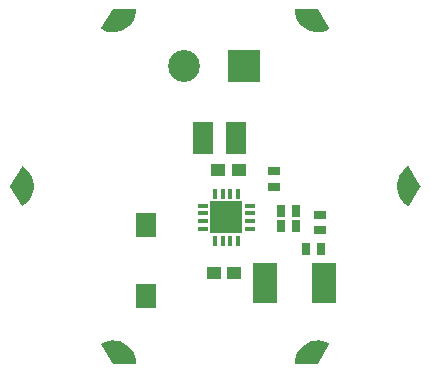
<source format=gbr>
G04 EAGLE Gerber RS-274X export*
G75*
%MOMM*%
%FSLAX34Y34*%
%LPD*%
%INSoldermask Top*%
%IPPOS*%
%AMOC8*
5,1,8,0,0,1.08239X$1,22.5*%
G01*
%ADD10C,1.101600*%
%ADD11R,1.201600X1.101600*%
%ADD12C,2.701600*%
%ADD13R,2.701600X2.701600*%
%ADD14R,2.001600X3.501600*%
%ADD15R,0.951600X0.451600*%
%ADD16R,0.451600X0.951600*%
%ADD17R,2.801600X2.801600*%
%ADD18R,1.801600X2.101600*%
%ADD19R,1.701600X2.801600*%
%ADD20R,1.001600X0.801600*%
%ADD21R,0.801600X1.001600*%

G36*
X509929Y329213D02*
X509929Y329213D01*
X510000Y329213D01*
X510027Y329224D01*
X510056Y329227D01*
X510118Y329262D01*
X510183Y329290D01*
X510204Y329310D01*
X510229Y329325D01*
X510292Y329402D01*
X510322Y329432D01*
X510326Y329442D01*
X510335Y329453D01*
X519835Y345953D01*
X519845Y345985D01*
X519854Y345998D01*
X519858Y346022D01*
X519859Y346026D01*
X519890Y346096D01*
X519890Y346120D01*
X519898Y346142D01*
X519892Y346218D01*
X519893Y346295D01*
X519883Y346319D01*
X519882Y346340D01*
X519861Y346379D01*
X519835Y346451D01*
X510335Y362951D01*
X510316Y362973D01*
X510303Y362999D01*
X510250Y363047D01*
X510203Y363100D01*
X510177Y363113D01*
X510156Y363132D01*
X510088Y363155D01*
X510024Y363186D01*
X509995Y363188D01*
X509968Y363197D01*
X509896Y363192D01*
X509825Y363195D01*
X509798Y363185D01*
X509769Y363183D01*
X509679Y363141D01*
X509639Y363126D01*
X509631Y363119D01*
X509618Y363113D01*
X507095Y361371D01*
X507071Y361347D01*
X507033Y361320D01*
X504821Y359196D01*
X504802Y359168D01*
X504768Y359136D01*
X502926Y356685D01*
X502912Y356654D01*
X502883Y356617D01*
X501458Y353902D01*
X501449Y353871D01*
X501433Y353846D01*
X501432Y353838D01*
X501427Y353828D01*
X500456Y350920D01*
X500452Y350886D01*
X500437Y350842D01*
X499945Y347815D01*
X499946Y347781D01*
X499938Y347735D01*
X499938Y344669D01*
X499939Y344665D01*
X499939Y344663D01*
X499945Y344636D01*
X499945Y344589D01*
X500437Y341562D01*
X500449Y341531D01*
X500456Y341484D01*
X501427Y338576D01*
X501444Y338547D01*
X501458Y338502D01*
X502883Y335787D01*
X502905Y335761D01*
X502926Y335719D01*
X504768Y333268D01*
X504793Y333245D01*
X504821Y333208D01*
X507033Y331084D01*
X507061Y331066D01*
X507095Y331033D01*
X509618Y329291D01*
X509645Y329280D01*
X509667Y329261D01*
X509736Y329241D01*
X509801Y329213D01*
X509830Y329213D01*
X509858Y329205D01*
X509929Y329213D01*
G37*
G36*
X182508Y329212D02*
X182508Y329212D01*
X182579Y329209D01*
X182606Y329219D01*
X182635Y329221D01*
X182725Y329263D01*
X182765Y329278D01*
X182773Y329285D01*
X182786Y329291D01*
X185309Y331033D01*
X185333Y331057D01*
X185371Y331084D01*
X187583Y333208D01*
X187602Y333236D01*
X187636Y333268D01*
X189478Y335719D01*
X189492Y335750D01*
X189521Y335787D01*
X190946Y338502D01*
X190955Y338535D01*
X190977Y338576D01*
X191948Y341484D01*
X191952Y341518D01*
X191967Y341562D01*
X192459Y344589D01*
X192458Y344623D01*
X192466Y344669D01*
X192466Y347735D01*
X192459Y347768D01*
X192459Y347815D01*
X191967Y350842D01*
X191955Y350873D01*
X191948Y350920D01*
X190977Y353828D01*
X190964Y353851D01*
X190958Y353876D01*
X190951Y353885D01*
X190946Y353902D01*
X189521Y356617D01*
X189499Y356643D01*
X189478Y356685D01*
X187636Y359136D01*
X187611Y359159D01*
X187583Y359196D01*
X185371Y361320D01*
X185343Y361338D01*
X185309Y361371D01*
X182786Y363113D01*
X182759Y363124D01*
X182737Y363143D01*
X182668Y363163D01*
X182603Y363191D01*
X182574Y363191D01*
X182546Y363199D01*
X182475Y363191D01*
X182404Y363192D01*
X182377Y363180D01*
X182348Y363177D01*
X182286Y363142D01*
X182221Y363114D01*
X182200Y363094D01*
X182175Y363079D01*
X182112Y363002D01*
X182082Y362972D01*
X182078Y362962D01*
X182069Y362951D01*
X172569Y346451D01*
X172545Y346378D01*
X172514Y346308D01*
X172514Y346284D01*
X172506Y346262D01*
X172513Y346186D01*
X172512Y346109D01*
X172521Y346085D01*
X172522Y346064D01*
X172543Y346025D01*
X172562Y345973D01*
X172563Y345967D01*
X172565Y345965D01*
X172569Y345953D01*
X182069Y329453D01*
X182088Y329431D01*
X182101Y329405D01*
X182154Y329357D01*
X182201Y329304D01*
X182227Y329291D01*
X182249Y329272D01*
X182316Y329249D01*
X182380Y329218D01*
X182409Y329217D01*
X182436Y329207D01*
X182508Y329212D01*
G37*
G36*
X432878Y195718D02*
X432878Y195718D01*
X432956Y195727D01*
X432975Y195738D01*
X432997Y195742D01*
X433061Y195786D01*
X433129Y195825D01*
X433145Y195844D01*
X433161Y195855D01*
X433185Y195893D01*
X433235Y195953D01*
X442735Y212453D01*
X442744Y212480D01*
X442760Y212504D01*
X442775Y212574D01*
X442798Y212642D01*
X442795Y212670D01*
X442801Y212698D01*
X442788Y212769D01*
X442782Y212840D01*
X442769Y212865D01*
X442763Y212893D01*
X442723Y212953D01*
X442690Y213016D01*
X442668Y213034D01*
X442652Y213058D01*
X442569Y213116D01*
X442537Y213143D01*
X442526Y213146D01*
X442516Y213153D01*
X439750Y214462D01*
X439717Y214470D01*
X439674Y214490D01*
X436734Y215338D01*
X436700Y215341D01*
X436656Y215354D01*
X433618Y215719D01*
X433584Y215716D01*
X433537Y215722D01*
X430480Y215595D01*
X430447Y215587D01*
X430400Y215586D01*
X427403Y214970D01*
X427372Y214957D01*
X427326Y214948D01*
X424466Y213859D01*
X424438Y213841D01*
X424394Y213825D01*
X421746Y212291D01*
X421720Y212269D01*
X421680Y212246D01*
X419312Y210308D01*
X419290Y210281D01*
X419254Y210252D01*
X417227Y207959D01*
X417211Y207930D01*
X417179Y207895D01*
X415547Y205307D01*
X415535Y205275D01*
X415510Y205236D01*
X414314Y202419D01*
X414307Y202386D01*
X414304Y202379D01*
X414300Y202373D01*
X414299Y202367D01*
X414288Y202343D01*
X413560Y199371D01*
X413558Y199337D01*
X413547Y199292D01*
X413304Y196242D01*
X413308Y196213D01*
X413303Y196185D01*
X413320Y196116D01*
X413328Y196044D01*
X413343Y196020D01*
X413349Y195992D01*
X413392Y195934D01*
X413428Y195872D01*
X413450Y195855D01*
X413467Y195832D01*
X413529Y195795D01*
X413586Y195752D01*
X413614Y195745D01*
X413638Y195730D01*
X413738Y195714D01*
X413779Y195703D01*
X413789Y195705D01*
X413802Y195703D01*
X432802Y195703D01*
X432878Y195718D01*
G37*
G36*
X433571Y476687D02*
X433571Y476687D01*
X433618Y476685D01*
X436656Y477050D01*
X436688Y477061D01*
X436734Y477066D01*
X439674Y477914D01*
X439704Y477930D01*
X439750Y477942D01*
X442516Y479251D01*
X442538Y479268D01*
X442565Y479278D01*
X442617Y479327D01*
X442675Y479370D01*
X442689Y479395D01*
X442710Y479414D01*
X442739Y479480D01*
X442775Y479542D01*
X442778Y479570D01*
X442790Y479596D01*
X442791Y479668D01*
X442800Y479739D01*
X442792Y479766D01*
X442793Y479795D01*
X442757Y479890D01*
X442746Y479930D01*
X442739Y479939D01*
X442735Y479951D01*
X433235Y496451D01*
X433183Y496510D01*
X433137Y496572D01*
X433118Y496583D01*
X433103Y496600D01*
X433033Y496634D01*
X432966Y496674D01*
X432942Y496678D01*
X432924Y496686D01*
X432879Y496688D01*
X432802Y496701D01*
X413802Y496701D01*
X413774Y496696D01*
X413746Y496698D01*
X413678Y496676D01*
X413607Y496662D01*
X413584Y496646D01*
X413557Y496637D01*
X413502Y496590D01*
X413443Y496549D01*
X413428Y496525D01*
X413407Y496507D01*
X413375Y496442D01*
X413336Y496382D01*
X413331Y496354D01*
X413319Y496328D01*
X413310Y496227D01*
X413303Y496185D01*
X413305Y496175D01*
X413304Y496162D01*
X413547Y493112D01*
X413556Y493080D01*
X413560Y493033D01*
X414288Y490061D01*
X414303Y490030D01*
X414314Y489985D01*
X415510Y487168D01*
X415529Y487140D01*
X415547Y487097D01*
X417179Y484509D01*
X417203Y484485D01*
X417227Y484445D01*
X419254Y482152D01*
X419281Y482132D01*
X419312Y482096D01*
X421680Y480158D01*
X421710Y480142D01*
X421746Y480113D01*
X424394Y478580D01*
X424426Y478569D01*
X424466Y478545D01*
X427326Y477457D01*
X427359Y477451D01*
X427403Y477434D01*
X430400Y476818D01*
X430434Y476818D01*
X430480Y476809D01*
X433537Y476682D01*
X433571Y476687D01*
G37*
G36*
X278630Y195708D02*
X278630Y195708D01*
X278658Y195706D01*
X278726Y195728D01*
X278797Y195742D01*
X278820Y195758D01*
X278847Y195767D01*
X278902Y195814D01*
X278961Y195855D01*
X278976Y195879D01*
X278998Y195897D01*
X279029Y195962D01*
X279068Y196022D01*
X279073Y196050D01*
X279085Y196076D01*
X279094Y196177D01*
X279101Y196219D01*
X279099Y196229D01*
X279100Y196242D01*
X278857Y199292D01*
X278848Y199324D01*
X278844Y199371D01*
X278116Y202343D01*
X278101Y202374D01*
X278090Y202419D01*
X276894Y205236D01*
X276875Y205264D01*
X276857Y205307D01*
X275225Y207895D01*
X275201Y207919D01*
X275177Y207959D01*
X273150Y210252D01*
X273123Y210272D01*
X273092Y210308D01*
X270725Y212246D01*
X270694Y212262D01*
X270658Y212291D01*
X268010Y213825D01*
X267978Y213835D01*
X267938Y213859D01*
X265078Y214948D01*
X265045Y214953D01*
X265001Y214970D01*
X262004Y215586D01*
X261970Y215586D01*
X261924Y215595D01*
X258867Y215722D01*
X258833Y215717D01*
X258786Y215719D01*
X255748Y215354D01*
X255716Y215343D01*
X255670Y215338D01*
X252730Y214490D01*
X252700Y214474D01*
X252655Y214462D01*
X249889Y213153D01*
X249866Y213136D01*
X249839Y213126D01*
X249787Y213077D01*
X249729Y213034D01*
X249715Y213009D01*
X249694Y212990D01*
X249665Y212924D01*
X249629Y212862D01*
X249626Y212834D01*
X249614Y212808D01*
X249613Y212736D01*
X249604Y212665D01*
X249612Y212638D01*
X249612Y212609D01*
X249647Y212514D01*
X249658Y212474D01*
X249665Y212465D01*
X249669Y212453D01*
X259169Y195953D01*
X259221Y195895D01*
X259267Y195832D01*
X259286Y195821D01*
X259301Y195804D01*
X259371Y195770D01*
X259438Y195730D01*
X259463Y195726D01*
X259480Y195718D01*
X259525Y195716D01*
X259602Y195703D01*
X278602Y195703D01*
X278630Y195708D01*
G37*
G36*
X261924Y476809D02*
X261924Y476809D01*
X261957Y476817D01*
X262004Y476818D01*
X265001Y477434D01*
X265032Y477447D01*
X265078Y477457D01*
X267938Y478545D01*
X267967Y478563D01*
X268010Y478580D01*
X270658Y480113D01*
X270684Y480135D01*
X270725Y480158D01*
X273092Y482096D01*
X273114Y482123D01*
X273150Y482152D01*
X275177Y484445D01*
X275194Y484474D01*
X275225Y484509D01*
X276857Y487097D01*
X276869Y487129D01*
X276894Y487168D01*
X278090Y489985D01*
X278097Y490018D01*
X278116Y490061D01*
X278844Y493033D01*
X278846Y493067D01*
X278857Y493112D01*
X279100Y496162D01*
X279096Y496191D01*
X279101Y496219D01*
X279084Y496288D01*
X279076Y496360D01*
X279062Y496384D01*
X279055Y496412D01*
X279012Y496470D01*
X278977Y496532D01*
X278954Y496549D01*
X278937Y496572D01*
X278875Y496609D01*
X278818Y496652D01*
X278790Y496659D01*
X278766Y496674D01*
X278666Y496690D01*
X278625Y496701D01*
X278615Y496699D01*
X278602Y496701D01*
X259602Y496701D01*
X259526Y496686D01*
X259448Y496677D01*
X259429Y496666D01*
X259407Y496662D01*
X259343Y496618D01*
X259275Y496579D01*
X259259Y496560D01*
X259243Y496549D01*
X259219Y496511D01*
X259169Y496451D01*
X249669Y479951D01*
X249660Y479924D01*
X249644Y479900D01*
X249629Y479830D01*
X249606Y479762D01*
X249609Y479734D01*
X249603Y479706D01*
X249617Y479636D01*
X249622Y479564D01*
X249635Y479539D01*
X249641Y479511D01*
X249681Y479451D01*
X249714Y479388D01*
X249736Y479370D01*
X249752Y479346D01*
X249835Y479288D01*
X249867Y479261D01*
X249878Y479258D01*
X249889Y479251D01*
X252655Y477942D01*
X252688Y477934D01*
X252730Y477914D01*
X255670Y477066D01*
X255704Y477063D01*
X255748Y477050D01*
X258786Y476685D01*
X258820Y476688D01*
X258867Y476682D01*
X261924Y476809D01*
G37*
D10*
X428802Y489302D03*
X511402Y346202D03*
X428802Y203102D03*
X263602Y203102D03*
X181002Y346202D03*
X263602Y489302D03*
D11*
X348752Y360232D03*
X365752Y360232D03*
D12*
X319600Y448500D03*
D13*
X370400Y448500D03*
D14*
X438524Y264118D03*
X388524Y264118D03*
D15*
X335750Y329750D03*
X335750Y323250D03*
X335750Y316750D03*
X335750Y310250D03*
D16*
X345750Y300250D03*
X352250Y300250D03*
X358750Y300250D03*
X365250Y300250D03*
D15*
X375250Y310250D03*
X375250Y316750D03*
X375250Y323250D03*
X375250Y329750D03*
D16*
X365250Y339750D03*
X358750Y339750D03*
X352250Y339750D03*
X345750Y339750D03*
D17*
X355500Y320000D03*
D11*
X362000Y273000D03*
X345000Y273000D03*
D18*
X287008Y253476D03*
X287008Y313476D03*
D19*
X336020Y387048D03*
X364020Y387048D03*
D20*
X434582Y322266D03*
X434582Y309266D03*
D21*
X435970Y293324D03*
X422970Y293324D03*
D20*
X395706Y345842D03*
X395706Y358842D03*
D21*
X401318Y312578D03*
X414318Y312578D03*
X401318Y325248D03*
X414318Y325248D03*
M02*

</source>
